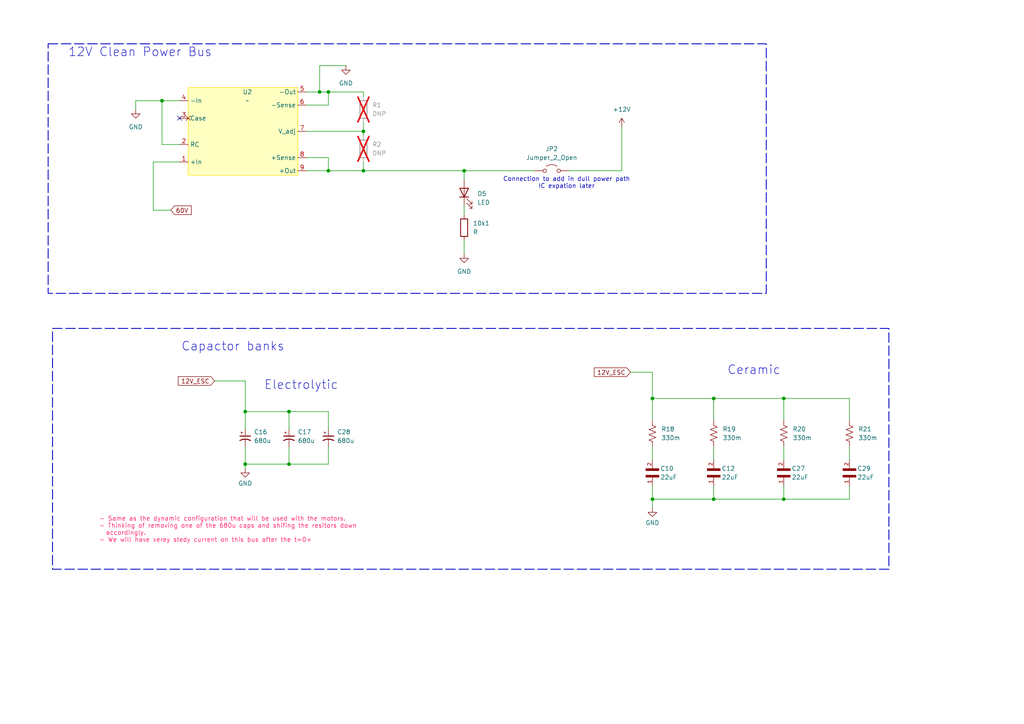
<source format=kicad_sch>
(kicad_sch (version 20231120) (generator "eeschema") (generator_version "8.0")
  (paper "A4")
  (title_block (title "5V and 12V Power Bus") (date "2024-10-29") (rev "1") (company "Cabrillo Robtics") (comment 1 "LaserShark Backplane PCB"))
  (lib_symbols
    (symbol "C2012X5R1V226M125AC:C2012X5R1V226M125AC" (pin_names (offset 1.016))
      (property "Reference" "C" (at 0 3.8109 0))
      (property "Value" "C2012X5R1V226M125AC" (at 0 -5.0885 0))
      (symbol "C2012X5R1V226M125AC_0_0"
        (rectangle (start 0 -1.9069) (end 0.635 1.905) (stroke (width 0.1)) (fill (type outline)))
        (rectangle (start 1.9069 -1.9069) (end 2.54 1.905) (stroke (width 0.1)) (fill (type outline)))
        (pin passive line (at -2.54 0 0) (length 2.54) (name "~") (number "1"))
        (pin passive line (at 5.08 0 180) (length 2.54) (name "~") (number "2"))
      )
    )
    (symbol "Device:C_Polarized_Small_US" (pin_numbers hide) (pin_names (offset 0.254) hide)
      (property "Reference" "C" (at 0.254 1.778 0))
      (property "Value" "C_Polarized_Small_US" (at 0.254 -2.032 0))
      (symbol "C_Polarized_Small_US_0_1"
        (polyline (pts (xy -1.524 0.508) (xy 1.524 0.508)) (stroke (width 0.3048)))
        (polyline (pts (xy -1.27 1.524) (xy -0.762 1.524)))
        (polyline (pts (xy -1.016 1.27) (xy -1.016 1.778)))
        (arc (start 1.524 -0.762) (mid 0 -0.3734) (end -1.524 -0.762) (stroke (width 0.3048)))
      )
      (symbol "C_Polarized_Small_US_1_1"
        (pin passive line (at 0 2.54 270) (length 2.032) (name "~") (number "1"))
        (pin passive line (at 0 -2.54 90) (length 2.032) (name "~") (number "2"))
      )
    )
    (symbol "Device:LED" (pin_numbers hide) (pin_names (offset 1.016) hide)
      (property "Reference" "D" (at 0 2.54 0))
      (property "Value" "LED" (at 0 -2.54 0))
      (symbol "LED_0_1"
        (polyline (pts (xy -1.27 -1.27) (xy -1.27 1.27)) (stroke (width 0.254)))
        (polyline (pts (xy -1.27 0) (xy 1.27 0)))
        (polyline (pts (xy 1.27 -1.27) (xy 1.27 1.27) (xy -1.27 0) (xy 1.27 -1.27)) (stroke (width 0.254)))
        (polyline (pts (xy -3.048 -0.762) (xy -4.572 -2.286) (xy -3.81 -2.286) (xy -4.572 -2.286) (xy -4.572 -1.524)))
        (polyline (pts (xy -1.778 -0.762) (xy -3.302 -2.286) (xy -2.54 -2.286) (xy -3.302 -2.286) (xy -3.302 -1.524)))
      )
      (symbol "LED_1_1"
        (pin passive line (at -3.81 0 0) (length 2.54) (name "K") (number "1"))
        (pin passive line (at 3.81 0 180) (length 2.54) (name "A") (number "2"))
      )
    )
    (symbol "Device:R" (pin_numbers hide) (pin_names (offset 0))
      (property "Reference" "R" (at 2.032 0 90))
      (property "Value" "R" (at 0 0 90))
      (symbol "R_0_1"
        (rectangle (start -1.016 -2.54) (end 1.016 2.54) (stroke (width 0.254)))
      )
      (symbol "R_1_1"
        (pin passive line (at 0 3.81 270) (length 1.27) (name "~") (number "1"))
        (pin passive line (at 0 -3.81 90) (length 1.27) (name "~") (number "2"))
      )
    )
    (symbol "Device:R_US" (pin_numbers hide) (pin_names (offset 0))
      (property "Reference" "R" (at 2.54 0 90))
      (property "Value" "R_US" (at -2.54 0 90))
      (symbol "R_US_0_1"
        (polyline (pts (xy 0 -2.286) (xy 0 -2.54)))
        (polyline (pts (xy 0 2.286) (xy 0 2.54)))
        (polyline (pts (xy 0 -0.762) (xy 1.016 -1.143) (xy 0 -1.524) (xy -1.016 -1.905) (xy 0 -2.286)))
        (polyline (pts (xy 0 0.762) (xy 1.016 0.381) (xy 0 0) (xy -1.016 -0.381) (xy 0 -0.762)))
        (polyline (pts (xy 0 2.286) (xy 1.016 1.905) (xy 0 1.524) (xy -1.016 1.143) (xy 0 0.762)))
      )
      (symbol "R_US_1_1"
        (pin passive line (at 0 3.81 270) (length 1.27) (name "~") (number "1"))
        (pin passive line (at 0 -3.81 90) (length 1.27) (name "~") (number "2"))
      )
    )
    (symbol "Jumper:Jumper_2_Open" (pin_numbers hide) (pin_names (offset 0) hide) (exclude_from_sim yes)
      (property "Reference" "JP" (at 0 2.794 0))
      (property "Value" "Jumper_2_Open" (at 0 -2.286 0))
      (symbol "Jumper_2_Open_0_0"
        (circle (center -2.032 0) (radius 0.508))
        (circle (center 2.032 0) (radius 0.508))
      )
      (symbol "Jumper_2_Open_0_1"
        (arc (start 1.524 1.27) (mid 0 1.778) (end -1.524 1.27))
      )
      (symbol "Jumper_2_Open_1_1"
        (pin passive line (at -5.08 0 0) (length 2.54) (name "A") (number "1"))
        (pin passive line (at 5.08 0 180) (length 2.54) (name "B") (number "2"))
      )
    )
    (symbol "PKJ7213WPI:PKJ7213WPI"
      (property "Reference" "U" (at -2.54 0 0))
      (symbol "PKJ7213WPI_1_1"
        (rectangle (start -16.51 12.7) (end 15.24 -12.7) (stroke (width 0.254) (color 255 234 77 1)) (fill (type background)))
        (pin power_in line (at -19.05 -8.89 0) (length 2.54) (name "+In") (number "1"))
        (pin input line (at -19.05 -3.81 0) (length 2.54) (name "RC") (number "2"))
        (pin unspecified non_logic (at -19.05 3.81 0) (length 2.54) (name "Case") (number "3"))
        (pin power_in line (at -19.05 8.89 0) (length 2.54) (name "-In") (number "4"))
        (pin power_out line (at 17.78 11.43 180) (length 2.54) (name "-Out") (number "5"))
        (pin power_out line (at 17.78 7.62 180) (length 2.54) (name "-Sense") (number "6"))
        (pin power_out line (at 17.78 0 180) (length 2.54) (name "V_adj") (number "7"))
        (pin power_out line (at 17.78 -7.62 180) (length 2.54) (name "+Sense") (number "8"))
        (pin power_out line (at 17.78 -11.43 180) (length 2.54) (name "+Out") (number "9"))
      )
    )
    (symbol "power:+12V" (power) (pin_numbers hide) (pin_names (offset 0) hide)
      (property "Value" "+12V" (at 0 3.556 0))
      (symbol "+12V_0_1"
        (polyline (pts (xy -0.762 1.27) (xy 0 2.54)))
        (polyline (pts (xy 0 0) (xy 0 2.54)))
        (polyline (pts (xy 0 2.54) (xy 0.762 1.27)))
      )
      (symbol "+12V_1_1"
        (pin power_in line (at 0 0 90) (length 0) (name "~") (number "1"))
      )
    )
    (symbol "power:GND" (power) (pin_numbers hide) (pin_names (offset 0) hide)
      (property "Value" "GND" (at 0 -3.81 0))
      (symbol "GND_0_1"
        (polyline (pts (xy 0 0) (xy 0 -1.27) (xy 1.27 -1.27) (xy 0 -2.54) (xy -1.27 -1.27) (xy 0 -1.27)))
      )
      (symbol "GND_1_1"
        (pin power_in line (at 0 0 270) (length 0) (name "~") (number "1"))
      )
    )
  )
  (junction (at 83.82 134.62))
  (junction (at 227.33 115.57))
  (junction (at 95.25 49.53))
  (junction (at 207.01 144.78))
  (junction (at 105.41 38.1))
  (junction (at 227.33 144.78))
  (junction (at 207.01 115.57))
  (junction (at 189.23 144.78))
  (junction (at 83.82 119.38))
  (junction (at 105.41 49.53))
  (junction (at 189.23 115.57))
  (junction (at 134.62 49.53))
  (junction (at 95.25 26.67))
  (junction (at 92.71 26.67))
  (junction (at 71.12 134.62))
  (junction (at 71.12 119.38))
  (junction (at 46.99 29.21))
  (no_connect (at 52.07 34.29))
  (wire (pts (xy 105.41 49.53) (xy 134.62 49.53)))
  (wire (pts (xy 134.62 59.69) (xy 134.62 62.23)))
  (wire (pts (xy 246.38 129.54) (xy 246.38 133.35)))
  (wire (pts (xy 88.9 26.67) (xy 92.71 26.67)))
  (wire (pts (xy 88.9 49.53) (xy 95.25 49.53)))
  (wire (pts (xy 182.88 107.95) (xy 189.23 107.95)))
  (wire (pts (xy 207.01 140.97) (xy 207.01 144.78)))
  (wire (pts (xy 88.9 30.48) (xy 95.25 30.48)))
  (wire (pts (xy 88.9 38.1) (xy 105.41 38.1)))
  (wire (pts (xy 71.12 134.62) (xy 83.82 134.62)))
  (wire (pts (xy 71.12 110.49) (xy 71.12 119.38)))
  (wire (pts (xy 71.12 129.54) (xy 71.12 134.62)))
  (wire (pts (xy 134.62 49.53) (xy 154.94 49.53)))
  (wire (pts (xy 92.71 26.67) (xy 95.25 26.67)))
  (wire (pts (xy 227.33 115.57) (xy 246.38 115.57)))
  (wire (pts (xy 95.25 26.67) (xy 105.41 26.67)))
  (wire (pts (xy 189.23 129.54) (xy 189.23 133.35)))
  (wire (pts (xy 246.38 115.57) (xy 246.38 121.92)))
  (wire (pts (xy 105.41 38.1) (xy 105.41 39.37)))
  (wire (pts (xy 44.45 46.99) (xy 52.07 46.99)))
  (wire (pts (xy 105.41 35.56) (xy 105.41 38.1)))
  (wire (pts (xy 105.41 46.99) (xy 105.41 49.53)))
  (wire (pts (xy 100.33 19.05) (xy 92.71 19.05)))
  (wire (pts (xy 95.25 30.48) (xy 95.25 26.67)))
  (wire (pts (xy 189.23 115.57) (xy 207.01 115.57)))
  (wire (pts (xy 71.12 134.62) (xy 71.12 135.89)))
  (wire (pts (xy 92.71 19.05) (xy 92.71 26.67)))
  (wire (pts (xy 62.23 110.49) (xy 71.12 110.49)))
  (wire (pts (xy 207.01 144.78) (xy 227.33 144.78)))
  (wire (pts (xy 71.12 119.38) (xy 71.12 124.46)))
  (wire (pts (xy 207.01 129.54) (xy 207.01 133.35)))
  (wire (pts (xy 95.25 49.53) (xy 105.41 49.53)))
  (wire (pts (xy 83.82 119.38) (xy 95.25 119.38)))
  (wire (pts (xy 189.23 107.95) (xy 189.23 115.57)))
  (wire (pts (xy 180.34 36.83) (xy 180.34 49.53)))
  (wire (pts (xy 189.23 144.78) (xy 207.01 144.78)))
  (wire (pts (xy 83.82 119.38) (xy 83.82 124.46)))
  (wire (pts (xy 227.33 140.97) (xy 227.33 144.78)))
  (wire (pts (xy 189.23 144.78) (xy 189.23 140.97)))
  (wire (pts (xy 88.9 45.72) (xy 95.25 45.72)))
  (wire (pts (xy 189.23 144.78) (xy 189.23 147.32)))
  (wire (pts (xy 227.33 144.78) (xy 246.38 144.78)))
  (wire (pts (xy 189.23 115.57) (xy 189.23 121.92)))
  (wire (pts (xy 207.01 115.57) (xy 207.01 121.92)))
  (wire (pts (xy 134.62 69.85) (xy 134.62 73.66)))
  (wire (pts (xy 83.82 134.62) (xy 95.25 134.62)))
  (wire (pts (xy 207.01 115.57) (xy 227.33 115.57)))
  (wire (pts (xy 165.1 49.53) (xy 180.34 49.53)))
  (wire (pts (xy 95.25 45.72) (xy 95.25 49.53)))
  (wire (pts (xy 46.99 29.21) (xy 52.07 29.21)))
  (wire (pts (xy 44.45 60.96) (xy 49.53 60.96)))
  (wire (pts (xy 95.25 119.38) (xy 95.25 124.46)))
  (wire (pts (xy 246.38 140.97) (xy 246.38 144.78)))
  (wire (pts (xy 71.12 119.38) (xy 83.82 119.38)))
  (wire (pts (xy 105.41 26.67) (xy 105.41 27.94)))
  (wire (pts (xy 39.37 29.21) (xy 46.99 29.21)))
  (wire (pts (xy 95.25 129.54) (xy 95.25 134.62)))
  (wire (pts (xy 227.33 115.57) (xy 227.33 121.92)))
  (wire (pts (xy 52.07 41.91) (xy 46.99 41.91)))
  (wire (pts (xy 227.33 129.54) (xy 227.33 133.35)))
  (wire (pts (xy 83.82 129.54) (xy 83.82 134.62)))
  (wire (pts (xy 44.45 46.99) (xy 44.45 60.96)))
  (wire (pts (xy 46.99 29.21) (xy 46.99 41.91)))
  (wire (pts (xy 134.62 49.53) (xy 134.62 52.07)))
  (wire (pts (xy 39.37 31.75) (xy 39.37 29.21)))
  (rectangle (start 15.24 95.25) (end 257.81 165.1) (stroke (width 0.254) (type dash)))
  (rectangle (start 13.97 12.7) (end 222.25 85.09) (stroke (width 0.254) (type dash)))
  (text "Ceramic" (at 218.694 107.442 0) (effects (font (size 2.54 2.54))))
  (text "Electrolytic" (at 87.376 111.76 0) (effects (font (size 2.54 2.54))))
  (text "Connection to add in dull power path\nIC expation later" (at 164.338 53.086 0) (effects (font (size 1.27 1.27))))
  (text "12V Clean Power Bus" (at 40.64 15.24 0) (effects (font (size 2.54 2.54))))
  (text "- Same as the dynamic configuration that will be used with the motors. \n- Thinking of removing one of the 680u caps and shifing the resitors down\n  accordingly. \n- We will have verey stedy current on this bus after the t=0+" (at 28.702 153.67 0) (effects (font (size 1.27 1.27)) (justify left)))
  (text "Capactor banks" (at 67.564 100.584 0) (effects (font (size 2.54 2.54))))
  (global_label "60V" (shape input) (at 49.53 60.96 0) (property "Intersheetrefs" "${INTERSHEET_REFS}" (effects (hide yes))))
  (global_label "12V_ESC" (shape input) (at 182.88 107.95 180) (property "Intersheetrefs" "${INTERSHEET_REFS}" (effects (hide yes))))
  (global_label "12V_ESC" (shape input) (at 62.23 110.49 180) (property "Intersheetrefs" "${INTERSHEET_REFS}" (effects (hide yes))))
  (symbol (lib_id "Device:C_Polarized_Small_US") (at 71.12 127 0) (unit 1)
    (property "Reference" "C16" (at 73.66 125.2981 0) (effects (justify left)))
    (property "Value" "680u" (at 73.66 127.8381 0) (effects (justify left)))
    (property "Datasheet" "https://www.digikey.com/en/products/detail/kemet/A750MW687M1VAAE018/13420117?s" (effects (hide yes)))
    (property "Description" "A750MW687M1VAAE018" (effects (hide yes)))
  )
  (symbol (lib_id "Device:C_Polarized_Small_US") (at 95.25 127 0) (unit 1)
    (property "Reference" "C28" (at 97.79 125.2981 0) (effects (justify left)))
    (property "Value" "680u" (at 97.79 127.8381 0) (effects (justify left)))
    (property "Datasheet" "https://www.digikey.com/en/products/detail/kemet/A750MW687M1VAAE018/13420117?s" (effects (hide yes)))
    (property "Description" "A750MW687M1VAAE018" (effects (hide yes)))
  )
  (symbol (lib_id "power:GND") (at 134.62 73.66 0) (unit 1)
    (property "Reference" "#PWR013" (effects (hide yes)))
    (property "Value" "GND" (at 134.62 78.74 0))
    (property "Description" "Power symbol creates a global label with name \"GND\" , ground" (effects (hide yes)))
  )
  (symbol (lib_id "Device:R") (at 134.62 66.04 0) (unit 1)
    (property "Reference" "10k1" (at 137.16 64.7699 0) (effects (justify left)))
    (property "Value" "R" (at 137.16 67.3099 0) (effects (justify left)))
    (property "Description" "Resistor" (effects (hide yes)))
  )
  (symbol (lib_id "Jumper:Jumper_2_Open") (at 160.02 49.53 0) (unit 1) (exclude_from_sim yes)
    (property "Reference" "JP2" (at 160.02 43.18 0))
    (property "Value" "Jumper_2_Open" (at 160.02 45.72 0))
    (property "Description" "Jumper, 2-pole, open" (effects (hide yes)))
  )
  (symbol (lib_id "power:GND") (at 71.12 135.89 0) (unit 1)
    (property "Reference" "#PWR028" (effects (hide yes)))
    (property "Value" "GND" (at 71.12 140.208 0))
    (property "Description" "Power symbol creates a global label with name \"GND\" , ground" (effects (hide yes)))
  )
  (symbol (lib_id "C2012X5R1V226M125AC:C2012X5R1V226M125AC") (at 246.38 138.43 90) (unit 1)
    (property "Reference" "C29" (at 248.666 135.89 90) (effects (justify right)))
    (property "Value" "22uF" (at 248.666 138.43 90) (effects (justify right)))
    (property "Footprint" "C2012X5R1V226M125AC:CAPC2012X145N" (effects (hide yes)))
    (property "Datasheet" "https://product.tdk.com/system/files/dam/doc/product/capacitor/ceramic/mlcc/catalog/mlcc_commercial_general_en.pdf" (effects (hide yes)))
    (property "Description" "C2012X5R1V226M125AC" (effects (hide yes)))
  )
  (symbol (lib_id "power:GND") (at 100.33 19.05 0) (unit 1)
    (property "Reference" "#PWR02" (effects (hide yes)))
    (property "Value" "GND" (at 100.33 24.13 0))
    (property "Description" "Power symbol creates a global label with name \"GND\" , ground" (effects (hide yes)))
  )
  (symbol (lib_id "PKJ7213WPI:PKJ7213WPI") (at 71.12 38.1 0) (unit 1)
    (property "Reference" "U2" (at 71.755 26.67 0))
    (property "Value" "~" (at 71.755 29.21 0))
  )
  (symbol (lib_id "Device:C_Polarized_Small_US") (at 83.82 127 0) (unit 1)
    (property "Reference" "C17" (at 86.36 125.2981 0) (effects (justify left)))
    (property "Value" "680u" (at 86.36 127.8381 0) (effects (justify left)))
    (property "Datasheet" "https://www.digikey.com/en/products/detail/kemet/A750MW687M1VAAE018/13420117?s" (effects (hide yes)))
    (property "Description" "A750MW687M1VAAE018" (effects (hide yes)))
  )
  (symbol (lib_id "Device:R_US") (at 189.23 125.73 0) (unit 1)
    (property "Reference" "R18" (at 191.77 124.4599 0) (effects (justify left)))
    (property "Value" "330m" (at 191.77 126.9999 0) (effects (justify left)))
    (property "Footprint" "footprints:RES_KDV12_OHM-L" (effects (hide yes)))
    (property "Datasheet" "https://www.digikey.com/en/products/detail/ohmite/KDV12FR330ET/10476588" (effects (hide yes)))
    (property "Description" "Resistor, US symbol" (effects (hide yes)))
  )
  (symbol (lib_id "C2012X5R1V226M125AC:C2012X5R1V226M125AC") (at 207.01 138.43 90) (unit 1)
    (property "Reference" "C12" (at 209.296 135.89 90) (effects (justify right)))
    (property "Value" "22uF" (at 209.296 138.43 90) (effects (justify right)))
    (property "Footprint" "C2012X5R1V226M125AC:CAPC2012X145N" (effects (hide yes)))
    (property "Datasheet" "https://product.tdk.com/system/files/dam/doc/product/capacitor/ceramic/mlcc/catalog/mlcc_commercial_general_en.pdf" (effects (hide yes)))
    (property "Description" "C2012X5R1V226M125AC" (effects (hide yes)))
  )
  (symbol (lib_id "power:GND") (at 39.37 31.75 0) (unit 1)
    (property "Reference" "#PWR05" (effects (hide yes)))
    (property "Value" "GND" (at 39.37 36.83 0))
    (property "Description" "Power symbol creates a global label with name \"GND\" , ground" (effects (hide yes)))
  )
  (symbol (lib_id "C2012X5R1V226M125AC:C2012X5R1V226M125AC") (at 189.23 138.43 90) (unit 1)
    (property "Reference" "C10" (at 191.516 135.89 90) (effects (justify right)))
    (property "Value" "22uF" (at 191.516 138.43 90) (effects (justify right)))
    (property "Footprint" "C2012X5R1V226M125AC:CAPC2012X145N" (effects (hide yes)))
    (property "Datasheet" "https://product.tdk.com/system/files/dam/doc/product/capacitor/ceramic/mlcc/catalog/mlcc_commercial_general_en.pdf" (effects (hide yes)))
    (property "Description" "C2012X5R1V226M125AC" (effects (hide yes)))
  )
  (symbol (lib_id "power:GND") (at 189.23 147.32 0) (unit 1)
    (property "Reference" "#PWR027" (effects (hide yes)))
    (property "Value" "GND" (at 189.23 151.638 0))
    (property "Description" "Power symbol creates a global label with name \"GND\" , ground" (effects (hide yes)))
  )
  (symbol (lib_id "Device:LED") (at 134.62 55.88 90) (unit 1)
    (property "Reference" "D5" (at 138.43 56.1974 90) (effects (justify right)))
    (property "Value" "LED" (at 138.43 58.7374 90) (effects (justify right)))
    (property "Description" "Light emitting diode" (effects (hide yes)))
  )
  (symbol (lib_id "Device:R") (at 105.41 43.18 0) (unit 1) (dnp yes)
    (property "Reference" "R2" (at 107.95 41.9099 0) (effects (justify left)))
    (property "Value" "DNP" (at 107.95 44.4499 0) (effects (justify left)))
    (property "Description" "Resistor" (effects (hide yes)))
  )
  (symbol (lib_id "power:+12V") (at 180.34 36.83 0) (unit 1)
    (property "Reference" "#PWR01" (effects (hide yes)))
    (property "Value" "+12V" (at 180.34 31.75 0))
    (property "Description" "Power symbol creates a global label with name \"+12V\"" (effects (hide yes)))
  )
  (symbol (lib_id "C2012X5R1V226M125AC:C2012X5R1V226M125AC") (at 227.33 138.43 90) (unit 1)
    (property "Reference" "C27" (at 229.616 135.89 90) (effects (justify right)))
    (property "Value" "22uF" (at 229.616 138.43 90) (effects (justify right)))
    (property "Footprint" "C2012X5R1V226M125AC:CAPC2012X145N" (effects (hide yes)))
    (property "Datasheet" "https://product.tdk.com/system/files/dam/doc/product/capacitor/ceramic/mlcc/catalog/mlcc_commercial_general_en.pdf" (effects (hide yes)))
    (property "Description" "C2012X5R1V226M125AC" (effects (hide yes)))
  )
  (symbol (lib_id "Device:R_US") (at 227.33 125.73 0) (unit 1)
    (property "Reference" "R20" (at 229.87 124.4599 0) (effects (justify left)))
    (property "Value" "330m" (at 229.87 126.9999 0) (effects (justify left)))
    (property "Footprint" "footprints:RES_KDV12_OHM-L" (effects (hide yes)))
    (property "Datasheet" "https://www.digikey.com/en/products/detail/ohmite/KDV12FR330ET/10476588" (effects (hide yes)))
    (property "Description" "Resistor, US symbol" (effects (hide yes)))
  )
  (symbol (lib_id "Device:R_US") (at 246.38 125.73 0) (unit 1)
    (property "Reference" "R21" (at 248.92 124.4599 0) (effects (justify left)))
    (property "Value" "330m" (at 248.92 126.9999 0) (effects (justify left)))
    (property "Footprint" "footprints:RES_KDV12_OHM-L" (effects (hide yes)))
    (property "Datasheet" "https://www.digikey.com/en/products/detail/ohmite/KDV12FR330ET/10476588" (effects (hide yes)))
    (property "Description" "Resistor, US symbol" (effects (hide yes)))
  )
  (symbol (lib_id "Device:R") (at 105.41 31.75 0) (unit 1) (dnp yes)
    (property "Reference" "R1" (at 107.95 30.4799 0) (effects (justify left)))
    (property "Value" "DNP" (at 107.95 33.0199 0) (effects (justify left)))
    (property "Description" "Resistor" (effects (hide yes)))
  )
  (symbol (lib_id "Device:R_US") (at 207.01 125.73 0) (unit 1)
    (property "Reference" "R19" (at 209.55 124.4599 0) (effects (justify left)))
    (property "Value" "330m" (at 209.55 126.9999 0) (effects (justify left)))
    (property "Footprint" "footprints:RES_KDV12_OHM-L" (effects (hide yes)))
    (property "Datasheet" "https://www.digikey.com/en/products/detail/ohmite/KDV12FR330ET/10476588" (effects (hide yes)))
    (property "Description" "Resistor, US symbol" (effects (hide yes)))
  )
)
</source>
